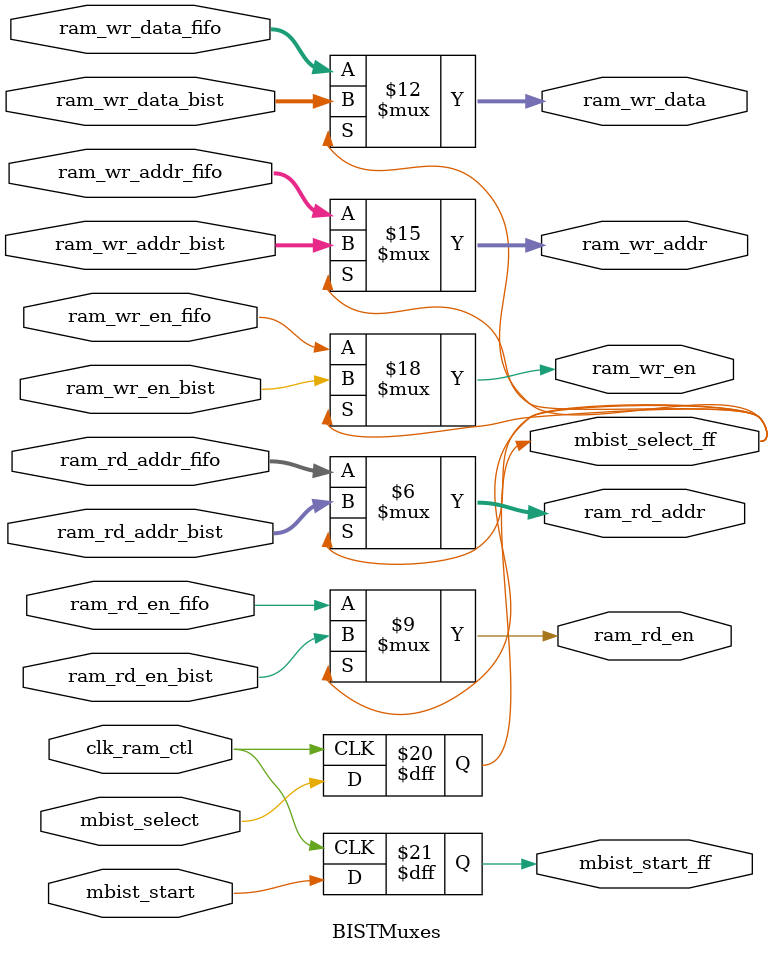
<source format=sv>
`timescale 1ns/1ps
`default_nettype none
/***********************************************************************************************************************
*                                                                                                                      *
* LATENTPACKET v0.1                                                                                                    *
*                                                                                                                      *
* Copyright (c) 2023 Andrew D. Zonenberg and contributors                                                              *
* All rights reserved.                                                                                                 *
*                                                                                                                      *
* Redistribution and use in source and binary forms, with or without modification, are permitted provided that the     *
* following conditions are met:                                                                                        *
*                                                                                                                      *
*    * Redistributions of source code must retain the above copyright notice, this list of conditions, and the         *
*      following disclaimer.                                                                                           *
*                                                                                                                      *
*    * Redistributions in binary form must reproduce the above copyright notice, this list of conditions and the       *
*      following disclaimer in the documentation and/or other materials provided with the distribution.                *
*                                                                                                                      *
*    * Neither the name of the author nor the names of any contributors may be used to endorse or promote products     *
*      derived from this software without specific prior written permission.                                           *
*                                                                                                                      *
* THIS SOFTWARE IS PROVIDED BY THE AUTHORS "AS IS" AND ANY EXPRESS OR IMPLIED WARRANTIES, INCLUDING, BUT NOT LIMITED   *
* TO, THE IMPLIED WARRANTIES OF MERCHANTABILITY AND FITNESS FOR A PARTICULAR PURPOSE ARE DISCLAIMED. IN NO EVENT SHALL *
* THE AUTHORS BE HELD LIABLE FOR ANY DIRECT, INDIRECT, INCIDENTAL, SPECIAL, EXEMPLARY, OR CONSEQUENTIAL DAMAGES        *
* (INCLUDING, BUT NOT LIMITED TO, PROCUREMENT OF SUBSTITUTE GOODS OR SERVICES; LOSS OF USE, DATA, OR PROFITS; OR       *
* BUSINESS INTERRUPTION) HOWEVER CAUSED AND ON ANY THEORY OF LIABILITY, WHETHER IN CONTRACT, STRICT LIABILITY, OR TORT *
* (INCLUDING NEGLIGENCE OR OTHERWISE) ARISING IN ANY WAY OUT OF THE USE OF THIS SOFTWARE, EVEN IF ADVISED OF THE       *
* POSSIBILITY OF SUCH DAMAGE.                                                                                          *
*                                                                                                                      *
***********************************************************************************************************************/

/**
	@brief QDR-II+ SRAM test muxes

	Combinatorial muxing to save latency, but pipeline delay on BIST selector register
 */
module BISTMuxes(
	input wire			clk_ram_ctl,

	input wire			mbist_select,
	input wire			mbist_start,

	(* max_fanout = "64" *)
	output logic		mbist_select_ff = 0,

	output logic		mbist_start_ff	= 0,

	input wire			ram_wr_en_fifo,
	input wire[17:0]	ram_wr_addr_fifo,
	input wire[143:0]	ram_wr_data_fifo,
	input wire			ram_rd_en_fifo,
	input wire[17:0]	ram_rd_addr_fifo,

	input wire			ram_wr_en_bist,
	input wire[17:0]	ram_wr_addr_bist,
	input wire[143:0]	ram_wr_data_bist,
	input wire			ram_rd_en_bist,
	input wire[17:0]	ram_rd_addr_bist,

	output logic		ram_rd_en,
	output logic[17:0]	ram_rd_addr,
	output logic		ram_wr_en,
	output logic[17:0]	ram_wr_addr,
	output logic[143:0]	ram_wr_data
);
	////////////////////////////////////////////////////////////////////////////////////////////////////////////////////
	// Pipeline delays

	always_ff @(posedge clk_ram_ctl) begin
		mbist_select_ff	<= mbist_select;
		mbist_start_ff	<= mbist_start;
	end

	////////////////////////////////////////////////////////////////////////////////////////////////////////////////////
	// Mux path

	always_comb begin
		if(mbist_select_ff) begin
			ram_wr_en	= ram_wr_en_bist;
			ram_wr_addr	= ram_wr_addr_bist;
			ram_wr_data	= ram_wr_data_bist;
			ram_rd_en	= ram_rd_en_bist;
			ram_rd_addr	= ram_rd_addr_bist;
		end
		else begin
			ram_wr_en	= ram_wr_en_fifo;
			ram_wr_addr	= ram_wr_addr_fifo;
			ram_wr_data	= ram_wr_data_fifo;
			ram_rd_en	= ram_rd_en_fifo;
			ram_rd_addr	= ram_rd_addr_fifo;
		end
	end

endmodule

</source>
